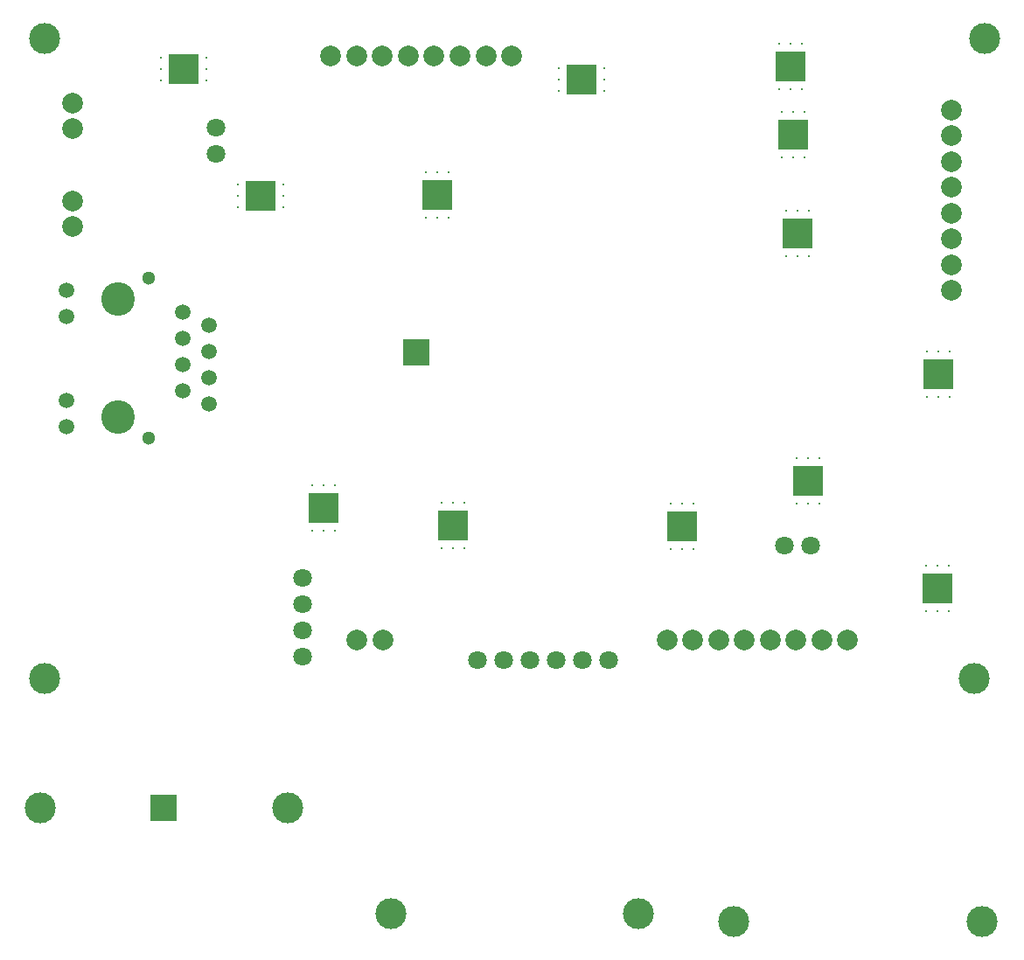
<source format=gbs>
G04 #@! TF.FileFunction,Soldermask,Bot*
%FSLAX46Y46*%
G04 Gerber Fmt 4.6, Leading zero omitted, Abs format (unit mm)*
G04 Created by KiCad (PCBNEW 4.0.6-e0-6349~53~ubuntu16.04.1) date Sat Aug  5 14:54:51 2017*
%MOMM*%
%LPD*%
G01*
G04 APERTURE LIST*
%ADD10C,0.150000*%
%ADD11C,2.000000*%
%ADD12C,3.000000*%
%ADD13C,1.800000*%
%ADD14R,2.499360X2.499360*%
%ADD15C,1.500000*%
%ADD16C,3.250000*%
%ADD17C,1.300000*%
%ADD18R,3.000000X3.000000*%
%ADD19C,0.300000*%
G04 APERTURE END LIST*
D10*
D11*
X128725000Y-60725000D03*
X131225000Y-60725000D03*
X121225000Y-60725000D03*
X118725000Y-60725000D03*
X123725000Y-60725000D03*
X126225000Y-60725000D03*
X136225000Y-60725000D03*
X133725000Y-60725000D03*
D12*
X91000000Y-121000000D03*
X91000000Y-59000000D03*
X181000000Y-121000000D03*
X182000000Y-59000000D03*
D13*
X143089680Y-119200000D03*
X145629680Y-119200000D03*
X132950000Y-119200000D03*
X135490000Y-119200000D03*
X140559840Y-119200000D03*
X138019840Y-119200000D03*
D11*
X178800000Y-75950000D03*
X178800000Y-78450000D03*
X178800000Y-68450000D03*
X178800000Y-65950000D03*
X178800000Y-70950000D03*
X178800000Y-73450000D03*
X178800000Y-83450000D03*
X178800000Y-80950000D03*
X158750000Y-117300000D03*
X156250000Y-117300000D03*
X166250000Y-117300000D03*
X168750000Y-117300000D03*
X163750000Y-117300000D03*
X161250000Y-117300000D03*
X151250000Y-117300000D03*
X153750000Y-117300000D03*
D14*
X127010000Y-89430000D03*
D15*
X93100000Y-83375000D03*
X93100000Y-85915000D03*
X93100000Y-94085000D03*
X93100000Y-96625000D03*
X104350000Y-85560000D03*
X104350000Y-90630000D03*
X104350000Y-88100000D03*
X104350000Y-93170000D03*
X106890000Y-86820000D03*
X106890000Y-91900000D03*
X106890000Y-89360000D03*
D16*
X98132080Y-95715000D03*
X98132080Y-84285000D03*
D17*
X101050000Y-82255000D03*
X101050000Y-97745000D03*
D15*
X106890000Y-94440000D03*
D18*
X104500000Y-62000000D03*
D19*
X102300000Y-62000000D03*
X102300000Y-60900000D03*
X102300000Y-63100000D03*
X106700000Y-63100000D03*
X106700000Y-60900000D03*
X106700000Y-62000000D03*
X105600000Y-62000000D03*
X105600000Y-60900000D03*
X105600000Y-63100000D03*
X103400000Y-63100000D03*
X103400000Y-60900000D03*
X103400000Y-62000000D03*
X104500000Y-62000000D03*
X104500000Y-60900000D03*
X104500000Y-63100000D03*
D18*
X111900000Y-74300000D03*
D19*
X109700000Y-74300000D03*
X109700000Y-73200000D03*
X109700000Y-75400000D03*
X114100000Y-75400000D03*
X114100000Y-73200000D03*
X114100000Y-74300000D03*
X113000000Y-74300000D03*
X113000000Y-73200000D03*
X113000000Y-75400000D03*
X110800000Y-75400000D03*
X110800000Y-73200000D03*
X110800000Y-74300000D03*
X111900000Y-74300000D03*
X111900000Y-73200000D03*
X111900000Y-75400000D03*
D18*
X129025000Y-74150000D03*
D19*
X129025000Y-76350000D03*
X127925000Y-76350000D03*
X130125000Y-76350000D03*
X130125000Y-71950000D03*
X127925000Y-71950000D03*
X129025000Y-71950000D03*
X129025000Y-73050000D03*
X127925000Y-73050000D03*
X130125000Y-73050000D03*
X130125000Y-75250000D03*
X127925000Y-75250000D03*
X129025000Y-75250000D03*
X129025000Y-74150000D03*
X127925000Y-74150000D03*
X130125000Y-74150000D03*
D18*
X143000000Y-63000000D03*
D19*
X145200000Y-63000000D03*
X145200000Y-64100000D03*
X145200000Y-61900000D03*
X140800000Y-61900000D03*
X140800000Y-64100000D03*
X140800000Y-63000000D03*
X141900000Y-63000000D03*
X141900000Y-64100000D03*
X141900000Y-61900000D03*
X144100000Y-61900000D03*
X144100000Y-64100000D03*
X144100000Y-63000000D03*
X143000000Y-63000000D03*
X143000000Y-64100000D03*
X143000000Y-61900000D03*
D18*
X163200000Y-61700000D03*
D19*
X163200000Y-59500000D03*
X164300000Y-59500000D03*
X162100000Y-59500000D03*
X162100000Y-63900000D03*
X164300000Y-63900000D03*
X163200000Y-63900000D03*
X163200000Y-62800000D03*
X164300000Y-62800000D03*
X162100000Y-62800000D03*
X162100000Y-60600000D03*
X164300000Y-60600000D03*
X163200000Y-60600000D03*
X163200000Y-61700000D03*
X164300000Y-61700000D03*
X162100000Y-61700000D03*
D18*
X163475000Y-68350000D03*
D19*
X163475000Y-66150000D03*
X164575000Y-66150000D03*
X162375000Y-66150000D03*
X162375000Y-70550000D03*
X164575000Y-70550000D03*
X163475000Y-70550000D03*
X163475000Y-69450000D03*
X164575000Y-69450000D03*
X162375000Y-69450000D03*
X162375000Y-67250000D03*
X164575000Y-67250000D03*
X163475000Y-67250000D03*
X163475000Y-68350000D03*
X164575000Y-68350000D03*
X162375000Y-68350000D03*
D18*
X163900000Y-77900000D03*
D19*
X163900000Y-75700000D03*
X165000000Y-75700000D03*
X162800000Y-75700000D03*
X162800000Y-80100000D03*
X165000000Y-80100000D03*
X163900000Y-80100000D03*
X163900000Y-79000000D03*
X165000000Y-79000000D03*
X162800000Y-79000000D03*
X162800000Y-76800000D03*
X165000000Y-76800000D03*
X163900000Y-76800000D03*
X163900000Y-77900000D03*
X165000000Y-77900000D03*
X162800000Y-77900000D03*
D18*
X177500000Y-91550000D03*
D19*
X177500000Y-93750000D03*
X176400000Y-93750000D03*
X178600000Y-93750000D03*
X178600000Y-89350000D03*
X176400000Y-89350000D03*
X177500000Y-89350000D03*
X177500000Y-90450000D03*
X176400000Y-90450000D03*
X178600000Y-90450000D03*
X178600000Y-92650000D03*
X176400000Y-92650000D03*
X177500000Y-92650000D03*
X177500000Y-91550000D03*
X176400000Y-91550000D03*
X178600000Y-91550000D03*
D18*
X177450000Y-112290000D03*
D19*
X177450000Y-110090000D03*
X178550000Y-110090000D03*
X176350000Y-110090000D03*
X176350000Y-114490000D03*
X178550000Y-114490000D03*
X177450000Y-114490000D03*
X177450000Y-113390000D03*
X178550000Y-113390000D03*
X176350000Y-113390000D03*
X176350000Y-111190000D03*
X178550000Y-111190000D03*
X177450000Y-111190000D03*
X177450000Y-112290000D03*
X178550000Y-112290000D03*
X176350000Y-112290000D03*
D18*
X164900000Y-101880000D03*
D19*
X164900000Y-99680000D03*
X166000000Y-99680000D03*
X163800000Y-99680000D03*
X163800000Y-104080000D03*
X166000000Y-104080000D03*
X164900000Y-104080000D03*
X164900000Y-102980000D03*
X166000000Y-102980000D03*
X163800000Y-102980000D03*
X163800000Y-100780000D03*
X166000000Y-100780000D03*
X164900000Y-100780000D03*
X164900000Y-101880000D03*
X166000000Y-101880000D03*
X163800000Y-101880000D03*
D18*
X152750000Y-106270000D03*
D19*
X152750000Y-104070000D03*
X153850000Y-104070000D03*
X151650000Y-104070000D03*
X151650000Y-108470000D03*
X153850000Y-108470000D03*
X152750000Y-108470000D03*
X152750000Y-107370000D03*
X153850000Y-107370000D03*
X151650000Y-107370000D03*
X151650000Y-105170000D03*
X153850000Y-105170000D03*
X152750000Y-105170000D03*
X152750000Y-106270000D03*
X153850000Y-106270000D03*
X151650000Y-106270000D03*
D18*
X130525000Y-106175000D03*
D19*
X130525000Y-103975000D03*
X131625000Y-103975000D03*
X129425000Y-103975000D03*
X129425000Y-108375000D03*
X131625000Y-108375000D03*
X130525000Y-108375000D03*
X130525000Y-107275000D03*
X131625000Y-107275000D03*
X129425000Y-107275000D03*
X129425000Y-105075000D03*
X131625000Y-105075000D03*
X130525000Y-105075000D03*
X130525000Y-106175000D03*
X131625000Y-106175000D03*
X129425000Y-106175000D03*
D13*
X116000000Y-118850000D03*
X116000000Y-116310000D03*
X116000000Y-111240160D03*
X116000000Y-113780160D03*
D18*
X118000000Y-104500000D03*
D19*
X118000000Y-102300000D03*
X119100000Y-102300000D03*
X116900000Y-102300000D03*
X116900000Y-106700000D03*
X119100000Y-106700000D03*
X118000000Y-106700000D03*
X118000000Y-105600000D03*
X119100000Y-105600000D03*
X116900000Y-105600000D03*
X116900000Y-103400000D03*
X119100000Y-103400000D03*
X118000000Y-103400000D03*
X118000000Y-104500000D03*
X119100000Y-104500000D03*
X116900000Y-104500000D03*
D13*
X107575000Y-70234840D03*
X107575000Y-67694840D03*
D11*
X93700000Y-77250000D03*
X93700000Y-74750000D03*
X93700000Y-67750000D03*
X93700000Y-65250000D03*
X123750000Y-117300000D03*
X121250000Y-117300000D03*
D13*
X165209840Y-108100000D03*
X162669840Y-108100000D03*
D14*
X102550000Y-133550000D03*
D12*
X114550000Y-133550000D03*
X90550000Y-133550000D03*
X124500000Y-143800000D03*
X148500000Y-143800000D03*
X157750000Y-144550000D03*
X181750000Y-144550000D03*
M02*

</source>
